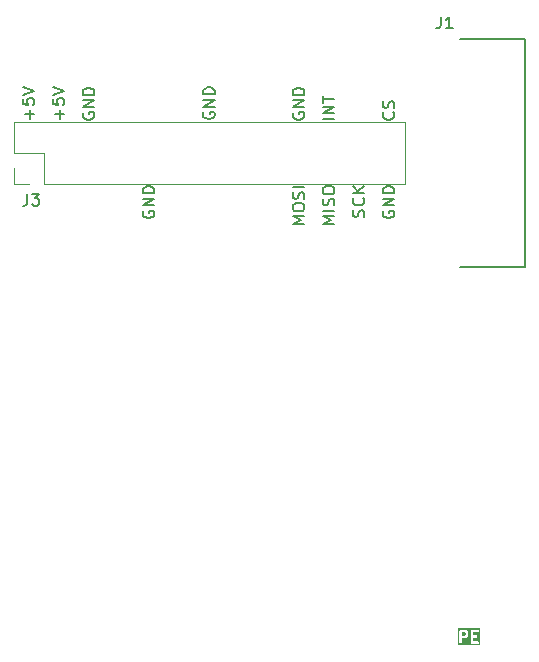
<source format=gbr>
%TF.GenerationSoftware,KiCad,Pcbnew,9.0.0*%
%TF.CreationDate,2025-03-02T17:24:29+03:00*%
%TF.ProjectId,PM_HMI-Touch,504d5f48-4d49-42d5-946f-7563682e6b69,rev?*%
%TF.SameCoordinates,Original*%
%TF.FileFunction,Legend,Top*%
%TF.FilePolarity,Positive*%
%FSLAX46Y46*%
G04 Gerber Fmt 4.6, Leading zero omitted, Abs format (unit mm)*
G04 Created by KiCad (PCBNEW 9.0.0) date 2025-03-02 17:24:29*
%MOMM*%
%LPD*%
G01*
G04 APERTURE LIST*
%ADD10C,0.150000*%
%ADD11C,0.200000*%
%ADD12C,0.120000*%
%ADD13C,0.152400*%
G04 APERTURE END LIST*
D10*
X10614819Y2876780D02*
X9614819Y2876780D01*
X10614819Y3352970D02*
X9614819Y3352970D01*
X9614819Y3352970D02*
X10614819Y3924398D01*
X10614819Y3924398D02*
X9614819Y3924398D01*
X9614819Y4257732D02*
X9614819Y4829160D01*
X10614819Y4543446D02*
X9614819Y4543446D01*
X10614819Y-6019635D02*
X9614819Y-6019635D01*
X9614819Y-6019635D02*
X10329104Y-5686302D01*
X10329104Y-5686302D02*
X9614819Y-5352969D01*
X9614819Y-5352969D02*
X10614819Y-5352969D01*
X10614819Y-4876778D02*
X9614819Y-4876778D01*
X10567200Y-4448207D02*
X10614819Y-4305350D01*
X10614819Y-4305350D02*
X10614819Y-4067255D01*
X10614819Y-4067255D02*
X10567200Y-3972017D01*
X10567200Y-3972017D02*
X10519580Y-3924398D01*
X10519580Y-3924398D02*
X10424342Y-3876779D01*
X10424342Y-3876779D02*
X10329104Y-3876779D01*
X10329104Y-3876779D02*
X10233866Y-3924398D01*
X10233866Y-3924398D02*
X10186247Y-3972017D01*
X10186247Y-3972017D02*
X10138628Y-4067255D01*
X10138628Y-4067255D02*
X10091009Y-4257731D01*
X10091009Y-4257731D02*
X10043390Y-4352969D01*
X10043390Y-4352969D02*
X9995771Y-4400588D01*
X9995771Y-4400588D02*
X9900533Y-4448207D01*
X9900533Y-4448207D02*
X9805295Y-4448207D01*
X9805295Y-4448207D02*
X9710057Y-4400588D01*
X9710057Y-4400588D02*
X9662438Y-4352969D01*
X9662438Y-4352969D02*
X9614819Y-4257731D01*
X9614819Y-4257731D02*
X9614819Y-4019636D01*
X9614819Y-4019636D02*
X9662438Y-3876779D01*
X9614819Y-3257731D02*
X9614819Y-3067255D01*
X9614819Y-3067255D02*
X9662438Y-2972017D01*
X9662438Y-2972017D02*
X9757676Y-2876779D01*
X9757676Y-2876779D02*
X9948152Y-2829160D01*
X9948152Y-2829160D02*
X10281485Y-2829160D01*
X10281485Y-2829160D02*
X10471961Y-2876779D01*
X10471961Y-2876779D02*
X10567200Y-2972017D01*
X10567200Y-2972017D02*
X10614819Y-3067255D01*
X10614819Y-3067255D02*
X10614819Y-3257731D01*
X10614819Y-3257731D02*
X10567200Y-3352969D01*
X10567200Y-3352969D02*
X10471961Y-3448207D01*
X10471961Y-3448207D02*
X10281485Y-3495826D01*
X10281485Y-3495826D02*
X9948152Y-3495826D01*
X9948152Y-3495826D02*
X9757676Y-3448207D01*
X9757676Y-3448207D02*
X9662438Y-3352969D01*
X9662438Y-3352969D02*
X9614819Y-3257731D01*
X8074819Y-6019635D02*
X7074819Y-6019635D01*
X7074819Y-6019635D02*
X7789104Y-5686302D01*
X7789104Y-5686302D02*
X7074819Y-5352969D01*
X7074819Y-5352969D02*
X8074819Y-5352969D01*
X7074819Y-4686302D02*
X7074819Y-4495826D01*
X7074819Y-4495826D02*
X7122438Y-4400588D01*
X7122438Y-4400588D02*
X7217676Y-4305350D01*
X7217676Y-4305350D02*
X7408152Y-4257731D01*
X7408152Y-4257731D02*
X7741485Y-4257731D01*
X7741485Y-4257731D02*
X7931961Y-4305350D01*
X7931961Y-4305350D02*
X8027200Y-4400588D01*
X8027200Y-4400588D02*
X8074819Y-4495826D01*
X8074819Y-4495826D02*
X8074819Y-4686302D01*
X8074819Y-4686302D02*
X8027200Y-4781540D01*
X8027200Y-4781540D02*
X7931961Y-4876778D01*
X7931961Y-4876778D02*
X7741485Y-4924397D01*
X7741485Y-4924397D02*
X7408152Y-4924397D01*
X7408152Y-4924397D02*
X7217676Y-4876778D01*
X7217676Y-4876778D02*
X7122438Y-4781540D01*
X7122438Y-4781540D02*
X7074819Y-4686302D01*
X8027200Y-3876778D02*
X8074819Y-3733921D01*
X8074819Y-3733921D02*
X8074819Y-3495826D01*
X8074819Y-3495826D02*
X8027200Y-3400588D01*
X8027200Y-3400588D02*
X7979580Y-3352969D01*
X7979580Y-3352969D02*
X7884342Y-3305350D01*
X7884342Y-3305350D02*
X7789104Y-3305350D01*
X7789104Y-3305350D02*
X7693866Y-3352969D01*
X7693866Y-3352969D02*
X7646247Y-3400588D01*
X7646247Y-3400588D02*
X7598628Y-3495826D01*
X7598628Y-3495826D02*
X7551009Y-3686302D01*
X7551009Y-3686302D02*
X7503390Y-3781540D01*
X7503390Y-3781540D02*
X7455771Y-3829159D01*
X7455771Y-3829159D02*
X7360533Y-3876778D01*
X7360533Y-3876778D02*
X7265295Y-3876778D01*
X7265295Y-3876778D02*
X7170057Y-3829159D01*
X7170057Y-3829159D02*
X7122438Y-3781540D01*
X7122438Y-3781540D02*
X7074819Y-3686302D01*
X7074819Y-3686302D02*
X7074819Y-3448207D01*
X7074819Y-3448207D02*
X7122438Y-3305350D01*
X8074819Y-2876778D02*
X7074819Y-2876778D01*
X13107200Y-5400588D02*
X13154819Y-5257731D01*
X13154819Y-5257731D02*
X13154819Y-5019636D01*
X13154819Y-5019636D02*
X13107200Y-4924398D01*
X13107200Y-4924398D02*
X13059580Y-4876779D01*
X13059580Y-4876779D02*
X12964342Y-4829160D01*
X12964342Y-4829160D02*
X12869104Y-4829160D01*
X12869104Y-4829160D02*
X12773866Y-4876779D01*
X12773866Y-4876779D02*
X12726247Y-4924398D01*
X12726247Y-4924398D02*
X12678628Y-5019636D01*
X12678628Y-5019636D02*
X12631009Y-5210112D01*
X12631009Y-5210112D02*
X12583390Y-5305350D01*
X12583390Y-5305350D02*
X12535771Y-5352969D01*
X12535771Y-5352969D02*
X12440533Y-5400588D01*
X12440533Y-5400588D02*
X12345295Y-5400588D01*
X12345295Y-5400588D02*
X12250057Y-5352969D01*
X12250057Y-5352969D02*
X12202438Y-5305350D01*
X12202438Y-5305350D02*
X12154819Y-5210112D01*
X12154819Y-5210112D02*
X12154819Y-4972017D01*
X12154819Y-4972017D02*
X12202438Y-4829160D01*
X13059580Y-3829160D02*
X13107200Y-3876779D01*
X13107200Y-3876779D02*
X13154819Y-4019636D01*
X13154819Y-4019636D02*
X13154819Y-4114874D01*
X13154819Y-4114874D02*
X13107200Y-4257731D01*
X13107200Y-4257731D02*
X13011961Y-4352969D01*
X13011961Y-4352969D02*
X12916723Y-4400588D01*
X12916723Y-4400588D02*
X12726247Y-4448207D01*
X12726247Y-4448207D02*
X12583390Y-4448207D01*
X12583390Y-4448207D02*
X12392914Y-4400588D01*
X12392914Y-4400588D02*
X12297676Y-4352969D01*
X12297676Y-4352969D02*
X12202438Y-4257731D01*
X12202438Y-4257731D02*
X12154819Y-4114874D01*
X12154819Y-4114874D02*
X12154819Y-4019636D01*
X12154819Y-4019636D02*
X12202438Y-3876779D01*
X12202438Y-3876779D02*
X12250057Y-3829160D01*
X13154819Y-3400588D02*
X12154819Y-3400588D01*
X13154819Y-2829160D02*
X12583390Y-3257731D01*
X12154819Y-2829160D02*
X12726247Y-3400588D01*
X15599580Y3448208D02*
X15647200Y3400589D01*
X15647200Y3400589D02*
X15694819Y3257732D01*
X15694819Y3257732D02*
X15694819Y3162494D01*
X15694819Y3162494D02*
X15647200Y3019637D01*
X15647200Y3019637D02*
X15551961Y2924399D01*
X15551961Y2924399D02*
X15456723Y2876780D01*
X15456723Y2876780D02*
X15266247Y2829161D01*
X15266247Y2829161D02*
X15123390Y2829161D01*
X15123390Y2829161D02*
X14932914Y2876780D01*
X14932914Y2876780D02*
X14837676Y2924399D01*
X14837676Y2924399D02*
X14742438Y3019637D01*
X14742438Y3019637D02*
X14694819Y3162494D01*
X14694819Y3162494D02*
X14694819Y3257732D01*
X14694819Y3257732D02*
X14742438Y3400589D01*
X14742438Y3400589D02*
X14790057Y3448208D01*
X15647200Y3829161D02*
X15694819Y3972018D01*
X15694819Y3972018D02*
X15694819Y4210113D01*
X15694819Y4210113D02*
X15647200Y4305351D01*
X15647200Y4305351D02*
X15599580Y4352970D01*
X15599580Y4352970D02*
X15504342Y4400589D01*
X15504342Y4400589D02*
X15409104Y4400589D01*
X15409104Y4400589D02*
X15313866Y4352970D01*
X15313866Y4352970D02*
X15266247Y4305351D01*
X15266247Y4305351D02*
X15218628Y4210113D01*
X15218628Y4210113D02*
X15171009Y4019637D01*
X15171009Y4019637D02*
X15123390Y3924399D01*
X15123390Y3924399D02*
X15075771Y3876780D01*
X15075771Y3876780D02*
X14980533Y3829161D01*
X14980533Y3829161D02*
X14885295Y3829161D01*
X14885295Y3829161D02*
X14790057Y3876780D01*
X14790057Y3876780D02*
X14742438Y3924399D01*
X14742438Y3924399D02*
X14694819Y4019637D01*
X14694819Y4019637D02*
X14694819Y4257732D01*
X14694819Y4257732D02*
X14742438Y4400589D01*
X14742438Y-4924398D02*
X14694819Y-5019636D01*
X14694819Y-5019636D02*
X14694819Y-5162493D01*
X14694819Y-5162493D02*
X14742438Y-5305350D01*
X14742438Y-5305350D02*
X14837676Y-5400588D01*
X14837676Y-5400588D02*
X14932914Y-5448207D01*
X14932914Y-5448207D02*
X15123390Y-5495826D01*
X15123390Y-5495826D02*
X15266247Y-5495826D01*
X15266247Y-5495826D02*
X15456723Y-5448207D01*
X15456723Y-5448207D02*
X15551961Y-5400588D01*
X15551961Y-5400588D02*
X15647200Y-5305350D01*
X15647200Y-5305350D02*
X15694819Y-5162493D01*
X15694819Y-5162493D02*
X15694819Y-5067255D01*
X15694819Y-5067255D02*
X15647200Y-4924398D01*
X15647200Y-4924398D02*
X15599580Y-4876779D01*
X15599580Y-4876779D02*
X15266247Y-4876779D01*
X15266247Y-4876779D02*
X15266247Y-5067255D01*
X15694819Y-4448207D02*
X14694819Y-4448207D01*
X14694819Y-4448207D02*
X15694819Y-3876779D01*
X15694819Y-3876779D02*
X14694819Y-3876779D01*
X15694819Y-3400588D02*
X14694819Y-3400588D01*
X14694819Y-3400588D02*
X14694819Y-3162493D01*
X14694819Y-3162493D02*
X14742438Y-3019636D01*
X14742438Y-3019636D02*
X14837676Y-2924398D01*
X14837676Y-2924398D02*
X14932914Y-2876779D01*
X14932914Y-2876779D02*
X15123390Y-2829160D01*
X15123390Y-2829160D02*
X15266247Y-2829160D01*
X15266247Y-2829160D02*
X15456723Y-2876779D01*
X15456723Y-2876779D02*
X15551961Y-2924398D01*
X15551961Y-2924398D02*
X15647200Y-3019636D01*
X15647200Y-3019636D02*
X15694819Y-3162493D01*
X15694819Y-3162493D02*
X15694819Y-3400588D01*
X-5577562Y-4924398D02*
X-5625181Y-5019636D01*
X-5625181Y-5019636D02*
X-5625181Y-5162493D01*
X-5625181Y-5162493D02*
X-5577562Y-5305350D01*
X-5577562Y-5305350D02*
X-5482324Y-5400588D01*
X-5482324Y-5400588D02*
X-5387086Y-5448207D01*
X-5387086Y-5448207D02*
X-5196610Y-5495826D01*
X-5196610Y-5495826D02*
X-5053753Y-5495826D01*
X-5053753Y-5495826D02*
X-4863277Y-5448207D01*
X-4863277Y-5448207D02*
X-4768039Y-5400588D01*
X-4768039Y-5400588D02*
X-4672800Y-5305350D01*
X-4672800Y-5305350D02*
X-4625181Y-5162493D01*
X-4625181Y-5162493D02*
X-4625181Y-5067255D01*
X-4625181Y-5067255D02*
X-4672800Y-4924398D01*
X-4672800Y-4924398D02*
X-4720420Y-4876779D01*
X-4720420Y-4876779D02*
X-5053753Y-4876779D01*
X-5053753Y-4876779D02*
X-5053753Y-5067255D01*
X-4625181Y-4448207D02*
X-5625181Y-4448207D01*
X-5625181Y-4448207D02*
X-4625181Y-3876779D01*
X-4625181Y-3876779D02*
X-5625181Y-3876779D01*
X-4625181Y-3400588D02*
X-5625181Y-3400588D01*
X-5625181Y-3400588D02*
X-5625181Y-3162493D01*
X-5625181Y-3162493D02*
X-5577562Y-3019636D01*
X-5577562Y-3019636D02*
X-5482324Y-2924398D01*
X-5482324Y-2924398D02*
X-5387086Y-2876779D01*
X-5387086Y-2876779D02*
X-5196610Y-2829160D01*
X-5196610Y-2829160D02*
X-5053753Y-2829160D01*
X-5053753Y-2829160D02*
X-4863277Y-2876779D01*
X-4863277Y-2876779D02*
X-4768039Y-2924398D01*
X-4768039Y-2924398D02*
X-4672800Y-3019636D01*
X-4672800Y-3019636D02*
X-4625181Y-3162493D01*
X-4625181Y-3162493D02*
X-4625181Y-3400588D01*
X7122438Y3400589D02*
X7074819Y3305351D01*
X7074819Y3305351D02*
X7074819Y3162494D01*
X7074819Y3162494D02*
X7122438Y3019637D01*
X7122438Y3019637D02*
X7217676Y2924399D01*
X7217676Y2924399D02*
X7312914Y2876780D01*
X7312914Y2876780D02*
X7503390Y2829161D01*
X7503390Y2829161D02*
X7646247Y2829161D01*
X7646247Y2829161D02*
X7836723Y2876780D01*
X7836723Y2876780D02*
X7931961Y2924399D01*
X7931961Y2924399D02*
X8027200Y3019637D01*
X8027200Y3019637D02*
X8074819Y3162494D01*
X8074819Y3162494D02*
X8074819Y3257732D01*
X8074819Y3257732D02*
X8027200Y3400589D01*
X8027200Y3400589D02*
X7979580Y3448208D01*
X7979580Y3448208D02*
X7646247Y3448208D01*
X7646247Y3448208D02*
X7646247Y3257732D01*
X8074819Y3876780D02*
X7074819Y3876780D01*
X7074819Y3876780D02*
X8074819Y4448208D01*
X8074819Y4448208D02*
X7074819Y4448208D01*
X8074819Y4924399D02*
X7074819Y4924399D01*
X7074819Y4924399D02*
X7074819Y5162494D01*
X7074819Y5162494D02*
X7122438Y5305351D01*
X7122438Y5305351D02*
X7217676Y5400589D01*
X7217676Y5400589D02*
X7312914Y5448208D01*
X7312914Y5448208D02*
X7503390Y5495827D01*
X7503390Y5495827D02*
X7646247Y5495827D01*
X7646247Y5495827D02*
X7836723Y5448208D01*
X7836723Y5448208D02*
X7931961Y5400589D01*
X7931961Y5400589D02*
X8027200Y5305351D01*
X8027200Y5305351D02*
X8074819Y5162494D01*
X8074819Y5162494D02*
X8074819Y4924399D01*
X-482562Y3455589D02*
X-530181Y3360351D01*
X-530181Y3360351D02*
X-530181Y3217494D01*
X-530181Y3217494D02*
X-482562Y3074637D01*
X-482562Y3074637D02*
X-387324Y2979399D01*
X-387324Y2979399D02*
X-292086Y2931780D01*
X-292086Y2931780D02*
X-101610Y2884161D01*
X-101610Y2884161D02*
X41247Y2884161D01*
X41247Y2884161D02*
X231723Y2931780D01*
X231723Y2931780D02*
X326961Y2979399D01*
X326961Y2979399D02*
X422200Y3074637D01*
X422200Y3074637D02*
X469819Y3217494D01*
X469819Y3217494D02*
X469819Y3312732D01*
X469819Y3312732D02*
X422200Y3455589D01*
X422200Y3455589D02*
X374580Y3503208D01*
X374580Y3503208D02*
X41247Y3503208D01*
X41247Y3503208D02*
X41247Y3312732D01*
X469819Y3931780D02*
X-530181Y3931780D01*
X-530181Y3931780D02*
X469819Y4503208D01*
X469819Y4503208D02*
X-530181Y4503208D01*
X469819Y4979399D02*
X-530181Y4979399D01*
X-530181Y4979399D02*
X-530181Y5217494D01*
X-530181Y5217494D02*
X-482562Y5360351D01*
X-482562Y5360351D02*
X-387324Y5455589D01*
X-387324Y5455589D02*
X-292086Y5503208D01*
X-292086Y5503208D02*
X-101610Y5550827D01*
X-101610Y5550827D02*
X41247Y5550827D01*
X41247Y5550827D02*
X231723Y5503208D01*
X231723Y5503208D02*
X326961Y5455589D01*
X326961Y5455589D02*
X422200Y5360351D01*
X422200Y5360351D02*
X469819Y5217494D01*
X469819Y5217494D02*
X469819Y4979399D01*
X-10657562Y3400589D02*
X-10705181Y3305351D01*
X-10705181Y3305351D02*
X-10705181Y3162494D01*
X-10705181Y3162494D02*
X-10657562Y3019637D01*
X-10657562Y3019637D02*
X-10562324Y2924399D01*
X-10562324Y2924399D02*
X-10467086Y2876780D01*
X-10467086Y2876780D02*
X-10276610Y2829161D01*
X-10276610Y2829161D02*
X-10133753Y2829161D01*
X-10133753Y2829161D02*
X-9943277Y2876780D01*
X-9943277Y2876780D02*
X-9848039Y2924399D01*
X-9848039Y2924399D02*
X-9752800Y3019637D01*
X-9752800Y3019637D02*
X-9705181Y3162494D01*
X-9705181Y3162494D02*
X-9705181Y3257732D01*
X-9705181Y3257732D02*
X-9752800Y3400589D01*
X-9752800Y3400589D02*
X-9800420Y3448208D01*
X-9800420Y3448208D02*
X-10133753Y3448208D01*
X-10133753Y3448208D02*
X-10133753Y3257732D01*
X-9705181Y3876780D02*
X-10705181Y3876780D01*
X-10705181Y3876780D02*
X-9705181Y4448208D01*
X-9705181Y4448208D02*
X-10705181Y4448208D01*
X-9705181Y4924399D02*
X-10705181Y4924399D01*
X-10705181Y4924399D02*
X-10705181Y5162494D01*
X-10705181Y5162494D02*
X-10657562Y5305351D01*
X-10657562Y5305351D02*
X-10562324Y5400589D01*
X-10562324Y5400589D02*
X-10467086Y5448208D01*
X-10467086Y5448208D02*
X-10276610Y5495827D01*
X-10276610Y5495827D02*
X-10133753Y5495827D01*
X-10133753Y5495827D02*
X-9943277Y5448208D01*
X-9943277Y5448208D02*
X-9848039Y5400589D01*
X-9848039Y5400589D02*
X-9752800Y5305351D01*
X-9752800Y5305351D02*
X-9705181Y5162494D01*
X-9705181Y5162494D02*
X-9705181Y4924399D01*
X-12626134Y2876780D02*
X-12626134Y3638684D01*
X-12245181Y3257732D02*
X-13007086Y3257732D01*
X-13245181Y4591065D02*
X-13245181Y4114875D01*
X-13245181Y4114875D02*
X-12768991Y4067256D01*
X-12768991Y4067256D02*
X-12816610Y4114875D01*
X-12816610Y4114875D02*
X-12864229Y4210113D01*
X-12864229Y4210113D02*
X-12864229Y4448208D01*
X-12864229Y4448208D02*
X-12816610Y4543446D01*
X-12816610Y4543446D02*
X-12768991Y4591065D01*
X-12768991Y4591065D02*
X-12673753Y4638684D01*
X-12673753Y4638684D02*
X-12435658Y4638684D01*
X-12435658Y4638684D02*
X-12340420Y4591065D01*
X-12340420Y4591065D02*
X-12292800Y4543446D01*
X-12292800Y4543446D02*
X-12245181Y4448208D01*
X-12245181Y4448208D02*
X-12245181Y4210113D01*
X-12245181Y4210113D02*
X-12292800Y4114875D01*
X-12292800Y4114875D02*
X-12340420Y4067256D01*
X-13245181Y4924399D02*
X-12245181Y5257732D01*
X-12245181Y5257732D02*
X-13245181Y5591065D01*
X-15166134Y2876780D02*
X-15166134Y3638684D01*
X-14785181Y3257732D02*
X-15547086Y3257732D01*
X-15785181Y4591065D02*
X-15785181Y4114875D01*
X-15785181Y4114875D02*
X-15308991Y4067256D01*
X-15308991Y4067256D02*
X-15356610Y4114875D01*
X-15356610Y4114875D02*
X-15404229Y4210113D01*
X-15404229Y4210113D02*
X-15404229Y4448208D01*
X-15404229Y4448208D02*
X-15356610Y4543446D01*
X-15356610Y4543446D02*
X-15308991Y4591065D01*
X-15308991Y4591065D02*
X-15213753Y4638684D01*
X-15213753Y4638684D02*
X-14975658Y4638684D01*
X-14975658Y4638684D02*
X-14880420Y4591065D01*
X-14880420Y4591065D02*
X-14832800Y4543446D01*
X-14832800Y4543446D02*
X-14785181Y4448208D01*
X-14785181Y4448208D02*
X-14785181Y4210113D01*
X-14785181Y4210113D02*
X-14832800Y4114875D01*
X-14832800Y4114875D02*
X-14880420Y4067256D01*
X-15785181Y4924399D02*
X-14785181Y5257732D01*
X-14785181Y5257732D02*
X-15785181Y5591065D01*
D11*
G36*
X21702668Y-40582024D02*
G01*
X21727337Y-40606692D01*
X21757142Y-40666302D01*
X21757142Y-40761945D01*
X21727337Y-40821554D01*
X21702668Y-40846222D01*
X21643059Y-40876028D01*
X21385714Y-40876028D01*
X21385714Y-40552219D01*
X21643059Y-40552219D01*
X21702668Y-40582024D01*
G37*
G36*
X22971094Y-41663330D02*
G01*
X21074603Y-41663330D01*
X21074603Y-40452219D01*
X21185714Y-40452219D01*
X21185714Y-41452219D01*
X21187635Y-41471728D01*
X21202567Y-41507776D01*
X21230157Y-41535366D01*
X21266205Y-41550298D01*
X21305223Y-41550298D01*
X21341271Y-41535366D01*
X21368861Y-41507776D01*
X21383793Y-41471728D01*
X21385714Y-41452219D01*
X21385714Y-41076028D01*
X21666666Y-41076028D01*
X21686175Y-41074107D01*
X21689495Y-41072731D01*
X21693079Y-41072477D01*
X21711387Y-41065471D01*
X21806625Y-41017852D01*
X21815021Y-41012566D01*
X21817461Y-41011556D01*
X21820207Y-41009302D01*
X21823215Y-41007409D01*
X21824944Y-41005414D01*
X21832615Y-40999120D01*
X21880233Y-40951501D01*
X21886525Y-40943834D01*
X21888523Y-40942102D01*
X21890416Y-40939093D01*
X21892670Y-40936348D01*
X21893680Y-40933907D01*
X21898966Y-40925511D01*
X21946585Y-40830274D01*
X21953591Y-40811965D01*
X21953845Y-40808381D01*
X21955221Y-40805061D01*
X21957142Y-40785552D01*
X21957142Y-40642695D01*
X21955221Y-40623186D01*
X21953845Y-40619865D01*
X21953591Y-40616282D01*
X21946585Y-40597973D01*
X21898966Y-40502736D01*
X21893680Y-40494339D01*
X21892670Y-40491899D01*
X21890416Y-40489153D01*
X21888523Y-40486145D01*
X21886525Y-40484412D01*
X21880233Y-40476746D01*
X21855707Y-40452219D01*
X22185714Y-40452219D01*
X22185714Y-41452219D01*
X22187635Y-41471728D01*
X22202567Y-41507776D01*
X22230157Y-41535366D01*
X22266205Y-41550298D01*
X22285714Y-41552219D01*
X22761904Y-41552219D01*
X22781413Y-41550298D01*
X22817461Y-41535366D01*
X22845051Y-41507776D01*
X22859983Y-41471728D01*
X22859983Y-41432710D01*
X22845051Y-41396662D01*
X22817461Y-41369072D01*
X22781413Y-41354140D01*
X22761904Y-41352219D01*
X22385714Y-41352219D01*
X22385714Y-41028409D01*
X22619047Y-41028409D01*
X22638556Y-41026488D01*
X22674604Y-41011556D01*
X22702194Y-40983966D01*
X22717126Y-40947918D01*
X22717126Y-40908900D01*
X22702194Y-40872852D01*
X22674604Y-40845262D01*
X22638556Y-40830330D01*
X22619047Y-40828409D01*
X22385714Y-40828409D01*
X22385714Y-40552219D01*
X22761904Y-40552219D01*
X22781413Y-40550298D01*
X22817461Y-40535366D01*
X22845051Y-40507776D01*
X22859983Y-40471728D01*
X22859983Y-40432710D01*
X22845051Y-40396662D01*
X22817461Y-40369072D01*
X22781413Y-40354140D01*
X22761904Y-40352219D01*
X22285714Y-40352219D01*
X22266205Y-40354140D01*
X22230157Y-40369072D01*
X22202567Y-40396662D01*
X22187635Y-40432710D01*
X22185714Y-40452219D01*
X21855707Y-40452219D01*
X21832615Y-40429127D01*
X21824944Y-40422832D01*
X21823215Y-40420838D01*
X21820207Y-40418944D01*
X21817461Y-40416691D01*
X21815021Y-40415680D01*
X21806625Y-40410395D01*
X21711387Y-40362776D01*
X21693079Y-40355770D01*
X21689495Y-40355515D01*
X21686175Y-40354140D01*
X21666666Y-40352219D01*
X21285714Y-40352219D01*
X21266205Y-40354140D01*
X21230157Y-40369072D01*
X21202567Y-40396662D01*
X21187635Y-40432710D01*
X21185714Y-40452219D01*
X21074603Y-40452219D01*
X21074603Y-40241108D01*
X22971094Y-40241108D01*
X22971094Y-41663330D01*
G37*
D10*
X-15377507Y-3454819D02*
X-15377507Y-4169104D01*
X-15377507Y-4169104D02*
X-15425126Y-4311961D01*
X-15425126Y-4311961D02*
X-15520364Y-4407200D01*
X-15520364Y-4407200D02*
X-15663221Y-4454819D01*
X-15663221Y-4454819D02*
X-15758459Y-4454819D01*
X-14996554Y-3454819D02*
X-14377507Y-3454819D01*
X-14377507Y-3454819D02*
X-14710840Y-3835771D01*
X-14710840Y-3835771D02*
X-14567983Y-3835771D01*
X-14567983Y-3835771D02*
X-14472745Y-3883390D01*
X-14472745Y-3883390D02*
X-14425126Y-3931009D01*
X-14425126Y-3931009D02*
X-14377507Y-4026247D01*
X-14377507Y-4026247D02*
X-14377507Y-4264342D01*
X-14377507Y-4264342D02*
X-14425126Y-4359580D01*
X-14425126Y-4359580D02*
X-14472745Y-4407200D01*
X-14472745Y-4407200D02*
X-14567983Y-4454819D01*
X-14567983Y-4454819D02*
X-14853697Y-4454819D01*
X-14853697Y-4454819D02*
X-14948935Y-4407200D01*
X-14948935Y-4407200D02*
X-14996554Y-4359580D01*
X19622493Y11545181D02*
X19622493Y10830896D01*
X19622493Y10830896D02*
X19574874Y10688039D01*
X19574874Y10688039D02*
X19479636Y10592800D01*
X19479636Y10592800D02*
X19336779Y10545181D01*
X19336779Y10545181D02*
X19241541Y10545181D01*
X20622493Y10545181D02*
X20051065Y10545181D01*
X20336779Y10545181D02*
X20336779Y11545181D01*
X20336779Y11545181D02*
X20241541Y11402324D01*
X20241541Y11402324D02*
X20146303Y11307086D01*
X20146303Y11307086D02*
X20051065Y11259467D01*
D12*
%TO.C,J3*%
X-16555000Y-2605000D02*
X-16555000Y-1275000D01*
X-15225000Y-2605000D02*
X-16555000Y-2605000D01*
X-13955000Y-2605000D02*
X16585000Y-2605000D01*
X-13955000Y-2605000D02*
X-13955000Y-5000D01*
X16585000Y-2605000D02*
X16585000Y2595000D01*
X-16555000Y-5000D02*
X-16555000Y2595000D01*
X-13955000Y-5000D02*
X-16555000Y-5000D01*
X-16555000Y2595000D02*
X16585000Y2595000D01*
D13*
%TO.C,J1*%
X21218700Y-9623301D02*
X26781300Y-9623301D01*
X26781300Y-9623301D02*
X26781300Y9623301D01*
X26781300Y9623301D02*
X21218700Y9623301D01*
%TD*%
M02*

</source>
